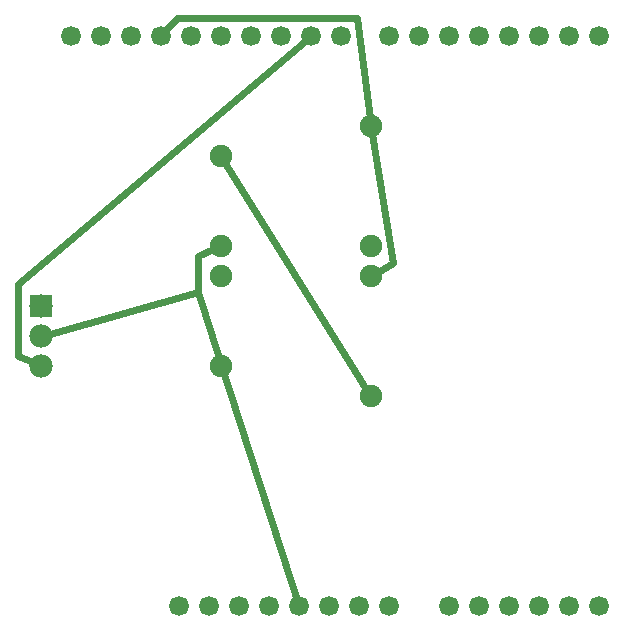
<source format=gbl>
G04 MADE WITH FRITZING*
G04 WWW.FRITZING.ORG*
G04 DOUBLE SIDED*
G04 HOLES PLATED*
G04 CONTOUR ON CENTER OF CONTOUR VECTOR*
%ASAXBY*%
%FSLAX23Y23*%
%MOIN*%
%OFA0B0*%
%SFA1.0B1.0*%
%ADD10C,0.066194*%
%ADD11C,0.066222*%
%ADD12C,0.078000*%
%ADD13C,0.075000*%
%ADD14R,0.078000X0.078000*%
%ADD15C,0.024000*%
%LNCOPPER0*%
G90*
G70*
G54D10*
X2171Y178D03*
X2271Y178D03*
X2371Y178D03*
X2471Y178D03*
X2571Y178D03*
G54D11*
X1711Y2078D03*
X1611Y2078D03*
X1511Y2078D03*
X1411Y2078D03*
X1311Y2078D03*
X1211Y2078D03*
X1111Y2078D03*
X1011Y2078D03*
X911Y2078D03*
X811Y2078D03*
X2571Y2078D03*
X2471Y2078D03*
X2371Y2078D03*
X2271Y2078D03*
X2171Y2078D03*
X2071Y2078D03*
X1971Y2078D03*
X1871Y2078D03*
G54D10*
X1271Y178D03*
X1171Y178D03*
X1371Y178D03*
X1471Y178D03*
X1571Y178D03*
X1671Y178D03*
X1771Y178D03*
X1871Y178D03*
X2071Y178D03*
G54D12*
X711Y1178D03*
X711Y1078D03*
X711Y978D03*
G54D13*
X1311Y1278D03*
X1311Y978D03*
X1311Y1678D03*
X1311Y1378D03*
X1811Y1778D03*
X1811Y1378D03*
X1811Y1278D03*
X1811Y878D03*
G54D14*
X711Y1178D03*
G54D15*
X1326Y1654D02*
X1796Y902D01*
D02*
X1285Y1367D02*
X1236Y1346D01*
X1236Y1346D02*
X1236Y1226D01*
X1236Y1226D02*
X1303Y1005D01*
D02*
X740Y1086D02*
X1236Y1226D01*
D02*
X1562Y207D02*
X1320Y951D01*
D02*
X1588Y2058D02*
X636Y1250D01*
X636Y1250D02*
X636Y1010D01*
X636Y1010D02*
X683Y990D01*
D02*
X1836Y1293D02*
X1884Y1322D01*
X1884Y1322D02*
X1816Y1750D01*
D02*
X1131Y2101D02*
X1164Y2138D01*
X1164Y2138D02*
X1764Y2138D01*
X1764Y2138D02*
X1807Y1806D01*
G04 End of Copper0*
M02*
</source>
